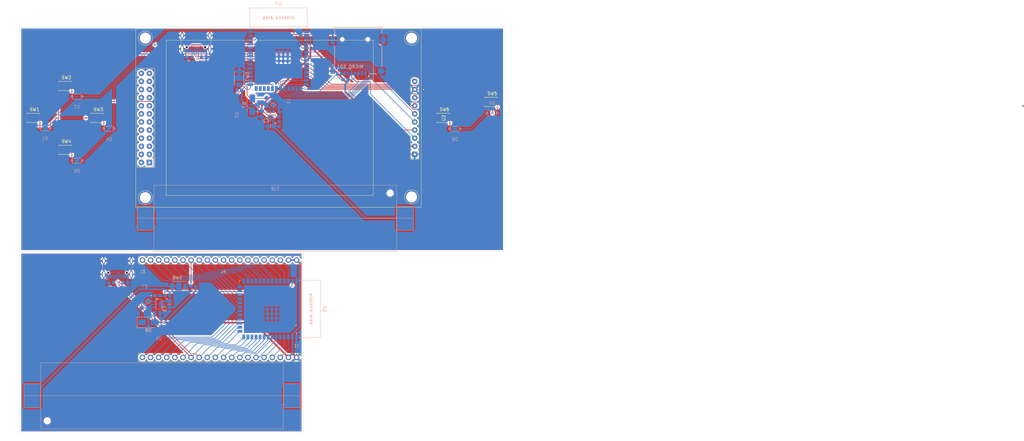
<source format=kicad_pcb>
(kicad_pcb (version 20240108) (generator "pcbnew") (generator_version "8.0")
  (layers (0 "F.Cu" signal) (31 "B.Cu" signal) (34 "B.Paste" user) (35 "F.Paste" user) (36 "B.SilkS" user "B.Silkscreen") (37 "F.SilkS" user "F.Silkscreen") (38 "B.Mask" user) (39 "F.Mask" user) (44 "Edge.Cuts" user))
  (net 0 "")
  (net 1 "+3.3V")
  (net 10 "Net-(D7-K)")
  (net 22 "ADC")
  (net 28 "Net-(D1-A)")
  (net 29 "Net-(D2-A)")
  (net 30 "Net-(D3-A)")
  (net 31 "Net-(D4-A)")
  (net 32 "Net-(D5-A)")
  (net 33 "Net-(D6-A)")
  (net 34 "LCD_FCS")
  (net 38 "IO0_E")
  (net 39 "Net-(J5-CC1)")
  (net 50 "SD_CD")
  (net 52 "SD_MISO")
  (net 53 "SD_CS")
  (net 56 "IO0")
  (net 57 "LCD_SDA")
  (net 58 "LCD_RSR")
  (net 59 "LCD_SCL")
  (net 60 "LCD_BLA")
  (net 61 "LCD_CS")
  (net 62 "LCD_RS")
  (net 63 "Net-(U3-SW)")
  (net 64 "Net-(BT1-+)")
  (net 68 "Net-(BT2-+)")
  (net 69 "+3.3V_E")
  (net 70 "1row1")
  (net 71 "2row1")
  (net 72 "1row2")
  (net 73 "Net-(D8-K)")
  (net 74 "Net-(U1-SW)")
  (net 75 "1col1")
  (net 76 "1col2")
  (net 77 "2col1")
  (net 78 "2col2")
  (net 80 "ADC_E")
  (net 81 "6")
  (net 82 "8")
  (net 83 "7")
  (net 84 "10")
  (net 85 "9")
  (net 86 "5")
  (net 87 "3")
  (net 88 "4")
  (net 89 "15")
  (net 90 "11")
  (net 91 "12")
  (net 92 "17")
  (net 93 "18")
  (net 94 "16")
  (net 95 "19")
  (net 96 "20")
  (net 97 "Net-(J5-CC2)")
  (net 98 "25")
  (net 99 "22")
  (net 100 "28")
  (net 101 "24")
  (net 102 "26")
  (net 103 "30")
  (net 104 "21")
  (net 105 "29")
  (net 106 "23")
  (net 107 "38")
  (net 108 "33")
  (net 109 "31")
  (net 110 "34")
  (net 111 "35")
  (net 112 "32")
  (net 113 "37")
  (net 114 "36")
  (net 115 "GND")
  (net 116 "USB_D+")
  (net 117 "USB_D-")
  (net 118 "USB_D-_E")
  (net 119 "Net-(J5-VBUS-PadA4)")
  (net 122 "USB_D+_E")
  (net 123 "Net-(J6-CC2)")
  (net 124 "Net-(J6-VBUS-PadA4)")
  (net 126 "Net-(J6-CC1)")
  (footprint "(1x10 conn):1x10 conn" (layer "F.Cu") (at 87.66 137.15 180)
    (property "Reference" "J2")
    (property "Value" "Conn_01x10_Socket")
  )
  (footprint "(1x10 conn):1x10 conn" (layer "F.Cu") (at 113.09 137.15 180)
    (property "Reference" "J1")
    (property "Value" "Conn_01x10_Socket")
  )
  (footprint "(Button)TS-1088 AR02016:SW_TS-1088-AR02016" (layer "F.Cu") (at 40.58 52.1)
    (property "Reference" "SW2")
    (property "Value" "SW_Push")
  )
  (footprint "(Button)TS-1088 AR02016:SW_TS-1088-AR02016" (layer "F.Cu") (at 30.58 62.1)
    (property "Reference" "SW1")
    (property "Value" "SW_Push")
  )
  (footprint "(1x10 conn):1x10 conn" (layer "F.Cu") (at 64.81 106.65)
    (property "Reference" "J3")
    (property "Value" "Conn_01x10_Socket")
  )
  (footprint "(Button)TS-1088 AR02016:SW_TS-1088-AR02016" (layer "F.Cu") (at 40.58 72.1)
    (property "Reference" "SW4")
    (property "Value" "SW_Push")
  )
  (footprint "(Button)TS-1088 AR02016:SW_TS-1088-AR02016" (layer "F.Cu") (at 158.9925 62.1)
    (property "Reference" "SW6")
    (property "Value" "SW_Push")
  )
  (footprint "(1x10 conn):1x10 conn" (layer "F.Cu") (at 90.23 106.65)
    (property "Reference" "J4")
    (property "Value" "Conn_01x10_Socket")
  )
  (footprint "(Screen)TFT-320x240:ILI9341 320x240 Symbol" (layer "F.Cu") (at 152.13 62.1 90)
    (property "Reference" "U2")
    (property "Value" "TFT_320x240")
  )
  (footprint "(Button)TS-1088 AR02016:SW_TS-1088-AR02016" (layer "F.Cu") (at 173.9925 57.1)
    (property "Reference" "SW5")
    (property "Value" "SW_Push")
  )
  (footprint "(Button)TS-1088 AR02016:SW_TS-1088-AR02016" (layer "F.Cu") (at 50.58 62.1)
    (property "Reference" "SW3")
    (property "Value" "SW_Push")
  )
  (footprint "Diode_SMD:D_SMA" (layer "B.Cu") (at 99.23 58 -90)
    (property "Reference" "D7")
    (property "Value" "SS14")
  )
  (footprint "(10kΩ)RC0603FR 10K Footprint Symbol:RESC1607X60N" (layer "B.Cu") (at 84.06 43.07)
    (property "Reference" "R8")
    (property "Value" "56k")
  )
  (footprint "Connector_USB:USB_C_Receptacle_HCTL_HC-TYPE-C-16P-01A" (layer "B.Cu") (at 57 108)
    (property "Reference" "J6")
    (property "Value" "USB_C_Receptacle_USB2.0_16P")
  )
  (footprint "(10kΩ)RC0603FR 10K Footprint Symbol:RESC1607X60N" (layer "B.Cu") (at 107.63 60.9 -90)
    (property "Reference" "R3")
    (property "Value" "20k")
  )
  (footprint "(Battery)BH-18650-B6AA002:BH-18650-B6AA002" (layer "B.Cu") (at 70.98 149.15 180)
    (property "Reference" "BT2" (hide yes))
    (property "Value" "3.7V")
  )
  (footprint "(10uF Cap)CL21A106KAYNNNE Footprint Symbol by Samsung:CAPC2012X135N" (layer "B.Cu") (at 69.515 123.21)
    (property "Reference" "C4")
    (property "Value" "10 uF")
  )
  (footprint "PCM_Espressif:ESP32-S3-WROOM-1" (layer "B.Cu") (at 104.83 121.975 90)
    (property "Reference" "U5")
    (property "Value" "ESP32-S3-WROOM-1")
  )
  (footprint "(Button)TS-1088 AR02016:SW_TS-1088-AR02016" (layer "B.Cu") (at 95.1 49.59 90)
    (property "Reference" "SW7")
    (property "Value" "SW_Push")
  )
  (footprint "(Diodes)ST(Semtech) 1N4148W:ST(Semtech) 1N4148W" (layer "B.Cu") (at 162.6925 65.55 180)
    (property "Reference" "D6")
    (property "Value" "D")
  )
  (footprint "(Inductor)CDRH2D14NP-2R2NC:CDRH2D14NP-2R2NC" (layer "B.Cu") (at 104.79066 56.960661 -90)
    (property "Reference" "L1")
    (property "Value" "2.2 uH")
  )
  (footprint "(DC-DC)LM3671MF-3.3_NOPB.kicad_sym:DC-DC_Converter" (layer "B.Cu") (at 69.945 120.51 180)
    (property "Reference" "U1")
    (property "Value" "DC-DC_Converter")
  )
  (footprint "(SDReader)TF-01A Footprint Symbol:TF-01A" (layer "B.Cu") (at 132.43 41.0306)
    (property "Reference" "MICRO_SD1")
    (property "Value" "TF-01A")
  )
  (footprint "(Battery)BH-18650-B6AA002:BH-18650-B6AA002" (layer "B.Cu") (at 106.43 93.51)
    (property "Reference" "BT1")
    (property "Value" "3.7V")
  )
  (footprint "Connector_USB:USB_C_Receptacle_HCTL_HC-TYPE-C-16P-01A" (layer "B.Cu") (at 81.57 37.365)
    (property "Reference" "J5")
    (property "Value" "USB_C_Receptacle_USB2.0_16P")
  )
  (footprint "(Diodes)ST(Semtech) 1N4148W:ST(Semtech) 1N4148W" (layer "B.Cu") (at 44.28 55.4 180)
    (property "Reference" "D2")
    (property "Value" "D")
  )
  (footprint "(10kΩ)RC0603FR 10K Footprint Symbol:RESC1607X60N" (layer "B.Cu") (at 59.48 113.72)
    (property "Reference" "R11")
    (property "Value" "56k")
  )
  (footprint "(10kΩ)RC0603FR 10K Footprint Symbol:RESC1607X60N" (layer "B.Cu") (at 107.63 64 -90)
    (property "Reference" "R2")
    (property "Value" "10k")
  )
  (footprint "(Diodes)ST(Semtech) 1N4148W:ST(Semtech) 1N4148W" (layer "B.Cu") (at 54.28 65.5 180)
    (property "Reference" "D4")
    (property "Value" "D")
  )
  (footprint "(10kΩ)RC0603FR 10K Footprint Symbol:RESC1607X60N" (layer "B.Cu") (at 95.165 53.39)
    (property "Reference" "R7")
    (property "Value" "10k")
  )
  (footprint "(10kΩ)RC0603FR 10K Footprint Symbol:RESC1607X60N" (layer "B.Cu") (at 72.655 117.77)
    (property "Reference" "R4")
    (property "Value" "10k")
  )
  (footprint "(10kΩ)RC0603FR 10K Footprint Symbol:RESC1607X60N" (layer "B.Cu") (at 69.555 117.77)
    (property "Reference" "R5")
    (property "Value" "20k")
  )
  (footprint "(Diodes)ST(Semtech) 1N4148W:ST(Semtech) 1N4148W" (layer "B.Cu") (at 44.28 75.5 180)
    (property "Reference" "D5")
    (property "Value" "D")
  )
  (footprint "PCM_Espressif:ESP32-S3-WROOM-1" (layer "B.Cu") (at 107.43 43.4 180)
    (property "Reference" "U7")
    (property "Value" "ESP32-S3-WROOM-1")
  )
  (footprint "(Inductor)CDRH2D14NP-2R2NC:CDRH2D14NP-2R2NC" (layer "B.Cu") (at 65.615 120.61)
    (property "Reference" "L2")
    (property "Value" "2.2 uH")
  )
  (footprint "Diode_SMD:D_SMA" (layer "B.Cu") (at 66.655 126.17)
    (property "Reference" "D8")
    (property "Value" "SS14")
  )
  (footprint "(10kΩ)RC0603FR 10K Footprint Symbol:RESC1607X60N" (layer "B.Cu") (at 55.015 113.72)
    (property "Reference" "R10")
    (property "Value" "56k")
  )
  (footprint "(4.7uF Cap)CL21A475KAQNNNE Footprint Symbol:CAPC2012X140N" (layer "B.Cu") (at 73.345 120.46 -90)
    (property "Reference" "C3")
    (property "Value" "4.7 uF")
  )
  (footprint "(4.7uF Cap)CL21A475KAQNNNE Footprint Symbol:CAPC2012X140N" (layer "B.Cu") (at 104.941839 64.691982 180)
    (property "Reference" "C2")
    (property "Value" "4.7 uF")
  )
  (footprint "(DC-DC)LM3671MF-3.3_NOPB.kicad_sym:DC-DC_Converter" (layer "B.Cu") (at 104.891839 61.291982 90)
    (property "Reference" "U3")
    (property "Value" "DC-DC_Converter")
  )
  (footprint "(10kΩ)RC0603FR 10K Footprint Symbol:RESC1607X60N" (layer "B.Cu") (at 80.74 114.81)
    (property "Reference" "R9")
    (property "Value" "10k")
  )
  (footprint "(10kΩ)RC0603FR 10K Footprint Symbol:RESC1607X60N" (layer "B.Cu") (at 128.43 50.1)
    (property "Reference" "R1")
    (property "Value" "10k")
  )
  (footprint "(Button)TS-1088 AR02016:SW_TS-1088-AR02016" (layer "B.Cu") (at 76.165 114.8 180)
    (property "Reference" "SW8")
    (property "Value" "SW_Push")
  )
  (footprint "(Diodes)ST(Semtech) 1N4148W:ST(Semtech) 1N4148W" (layer "B.Cu") (at 34.31 65.3 180)
    (property "Reference" "D1")
    (property "Value" "D")
  )
  (footprint "(10kΩ)RC0603FR 10K Footprint Symbol:RESC1607X60N" (layer "B.Cu") (at 79.58 43.07)
    (property "Reference" "R6")
    (property "Value" "56k")
  )
  (footprint "(10uF Cap)CL21A106KAYNNNE Footprint Symbol by Samsung:CAPC2012X135N" (layer "B.Cu") (at 102.191839 60.854982 -90)
    (property "Reference" "C1")
    (property "Value" "10 uF")
  )
  (footprint "(Diodes)ST(Semtech) 1N4148W:ST(Semtech) 1N4148W" (layer "B.Cu") (at 174.3425 60.6)
    (property "Reference" "D3")
    (property "Value" "D")
  )
  (gr_line (start 166.13 36.2) (end 166.13 36.2) (stroke (width 0.1)) (layer "F.SilkS"))
  (gr_rect (start 26.38 104.15) (end 115.13 160.775) (stroke (width 0.05)) (fill none) (layer "Edge.Cuts"))
  (gr_rect (start 26.38 33.6) (end 178.28 104) (stroke (width 0.05)) (fill none) (layer "Edge.Cuts"))
  (via (at 340.725 58.35) (size 0.6) (drill 0.3) (layers "F.Cu" "B.Cu") (net 0))
  (segment (start 102.23 58.7) (end 102.23 58.2) (width 0.5) (layer "F.Cu") (net 1))
  (segment (start 128.33 53.798526) (end 145.521474 70.99) (width 0.5) (layer "F.Cu") (net 1))
  (segment (start 117.43 43) (end 117.43 39.7) (width 0.5) (layer "F.Cu") (net 1))
  (segment (start 102.23 58.2) (end 117.43 43) (width 0.5) (layer "F.Cu") (net 1))
  (segment (start 129.165 50.8) (end 128.53 50.8) (width 0.5) (layer "F.Cu") (net 1))
  (segment (start 145.521474 70.99) (end 150.13 70.99) (width 0.5) (layer "F.Cu") (net 1))
  (segment (start 128.53 50.8) (end 117.43 39.7) (width 0.5) (layer "F.Cu") (net 1))
  (segment (start 128.33 53.75) (end 128.33 53.798526) (width 0.2) (layer "F.Cu") (net 1))
  (via (at 128.33 53.75) (size 0.6) (drill 0.3) (layers "F.Cu" "B.Cu") (net 1))
  (via (at 117.43 39.7) (size 0.6) (drill 0.3) (layers "F.Cu" "B.Cu") (net 1))
  (via (at 102.23 58.7) (size 0.6) (drill 0.3) (layers "F.Cu" "B.Cu") (net 1))
  (via (at 129.165 50.8) (size 0.6) (drill 0.3) (layers "F.Cu" "B.Cu") (net 1))
  (segment (start 130.73 50.1) (end 131.3598 49.4702) (width 0.2) (layer "B.Cu") (net 1))
  (segment (start 117.43 36.83) (end 117.1 36.5) (width 0.5) (layer "B.Cu") (net 1))
  (segment (start 102.191839 59.991982) (end 102.191839 58.738161) (width 0.5) (layer "B.Cu") (net 1))
  (segment (start 117.1 36.5) (end 116.27 36.5) (width 0.5) (layer "B.Cu") (net 1))
  (segment (start 99.238018 59.991982) (end 99.23 60) (width 0.2) (layer "B.Cu") (net 1))
  (segment (start 117.43 39.7) (end 117.43 36.83) (width 0.5) (layer "B.Cu") (net 1))
  (segment (start 116.27 36.5) (end 116.18 36.41) (width 0.2) (layer "B.Cu") (net 1))
  (segment (start 129.165 50.1) (end 130.73 50.1) (width 0.2) (layer "B.Cu") (net 1))
  (segment (start 102.191839 58.738161) (end 102.23 58.7) (width 0.2) (layer "B.Cu") (net 1))
  (segment (start 131.3598 49.4702) (end 131.3598 48.2044) (width 0.2) (layer "B.Cu") (net 1))
  (segment (start 95.9 56.67) (end 99.23 60) (width 0.5) (layer "B.Cu") (net 1))
  (segment (start 102.191839 59.991982) (end 99.238018 59.991982) (width 0.5) (layer "B.Cu") (net 1))
  (segment (start 129.165 50.8) (end 128.33 51.635) (width 0.5) (layer "B.Cu") (net 1))
  (segment (start 95.9 53.39) (end 95.9 56.67) (width 0.5) (layer "B.Cu") (net 1))
  (segment (start 129.165 50.8) (end 129.165 50.1) (width 0.5) (layer "B.Cu") (net 1))
  (segment (start 128.33 51.635) (end 128.33 53.75) (width 0.5) (layer "B.Cu") (net 1))
  (segment (start 99.23 56) (end 103.63 56) (width 0.2) (layer "B.Cu") (net 10))
  (segment (start 103.63 56) (end 103.73 55.9) (width 0.2) (layer "B.Cu") (net 10))
  (segment (start 103.881471 61.2) (end 106.13 61.2) (width 0.2) (layer "F.Cu") (net 22))
  (segment (start 97.6 52.59) (end 97.6 54.918529) (width 0.2) (layer "F.Cu") (net 22))
  (segment (start 97.6 54.918529) (end 103.881471 61.2) (width 0.2) (layer "F.Cu") (net 22))
  (segment (start 106.13 61.2) (end 106.23 61.3) (width 0.2) (layer "F.Cu") (net 22))
  (via (at 97.6 52.59) (size 0.6) (drill 0.3) (layers "F.Cu" "B.Cu") (net 22))
  (via (at 106.23 61.3) (size 0.6) (drill 0.3) (layers "F.Cu" "B.Cu") (net 22))
  (segment (start 97.63 52.56) (end 97.63 36.93) (width 0.2) (layer "B.Cu") (net 22))
  (segment (start 106.565 61.635) (end 106.23 61.3) (width 0.2) (layer "B.Cu") (net 22))
  (segment (start 97.6 52.59) (end 97.63 52.56) (width 0.2) (layer "B.Cu") (net 22))
  (segment (start 97.63 36.93) (end 98.15 36.41) (width 0.2) (layer "B.Cu") (net 22))
  (segment (start 98.15 36.41) (end 98.68 36.41) (width 0.2) (layer "B.Cu") (net 22))
  (segment (start 107.63 63.265) (end 107.63 61.635) (width 0.2) (layer "B.Cu") (net 22))
  (segment (start 107.63 61.635) (end 106.565 61.635) (width 0.2) (layer "B.Cu") (net 22))
  (segment (start 32.655 62.1) (end 32.655 63.7) (width 0.2) (layer "F.Cu") (net 28))
  (via (at 32.655 63.7) (size 0.6) (drill 0.3) (layers "F.Cu" "B.Cu") (net 28))
  (segment (start 32.655 63.7) (end 32.655 65.295) (width 0.2) (layer "B.Cu") (net 28))
  (segment (start 42.655 52.1) (end 42.655 53.7) (width 0.2) (layer "F.Cu") (net 29))
  (via (at 42.655 53.7) (size 0.6) (drill 0.3) (layers "F.Cu" "B.Cu") (net 29))
  (segment (start 42.655 53.7) (end 42.655 55.375) (width 0.2) (layer "B.Cu") (net 29))
  (segment (start 176.0675 57.1) (end 176.0675 58.65) (width 0.2) (layer "F.Cu") (net 30))
  (segment (start 176.0675 58.65) (end 176.0175 58.7) (width 0.2) (layer "F.Cu") (net 30))
  (via (at 176.0175 58.7) (size 0.6) (drill 0.3) (layers "F.Cu" "B.Cu") (net 30))
  (segment (start 176.0175 58.7) (end 176.0175 60.575) (width 0.2) (layer "B.Cu") (net 30))
  (segment (start 176.0175 60.575) (end 175.9925 60.6) (width 0.2) (layer "B.Cu") (net 30))
  (segment (start 52.655 62.1) (end 52.655 63.7) (width 0.2) (layer "F.Cu") (net 31))
  (via (at 52.655 63.7) (size 0.6) (drill 0.3) (layers "F.Cu" "B.Cu") (net 31))
  (segment (start 52.63 65.5) (end 52.655 65.475) (width 0.2) (layer "B.Cu") (net 31))
  (segment (start 52.655 63.7) (end 52.655 65.475) (width 0.2) (layer "B.Cu") (net 31))
  (segment (start 42.655 73.675) (end 42.63 73.7) (width 0.2) (layer "F.Cu") (net 32))
  (segment (start 42.655 72.1) (end 42.655 73.675) (width 0.2) (layer "F.Cu") (net 32))
  (via (at 42.63 73.7) (size 0.6) (drill 0.3) (layers "F.Cu" "B.Cu") (net 32))
  (segment (start 42.63 73.7) (end 42.63 75.5) (width 0.2) (layer "B.Cu") (net 32))
  (segment (start 161.0675 63.65) (end 161.1175 63.7) (width 0.2) (layer "F.Cu") (net 33))
  (segment (start 161.0675 62.1) (end 161.0675 63.65) (width 0.2) (layer "F.Cu") (net 33))
  (via (at 161.1175 63.7) (size 0.6) (drill 0.3) (layers "F.Cu" "B.Cu") (net 33))
  (segment (start 161.1175 63.7) (end 161.1175 65.475) (width 0.2) (layer "B.Cu") (net 33))
  (segment (start 161.1175 65.475) (end 161.0425 65.55) (width 0.2) (layer "B.Cu") (net 33))
  (segment (start 135.36 35.9) (end 101.73 35.9) (width 0.2) (layer "F.Cu") (net 34))
  (segment (start 101.73 35.9) (end 99.93 37.7) (width 0.2) (layer "F.Cu") (net 34))
  (segment (start 150.13 50.67) (end 135.36 35.9) (width 0.2) (layer "F.Cu") (net 34))
  (via (at 99.93 37.7) (size 0.6) (drill 0.3) (layers "F.Cu" "B.Cu") (net 34))
  (segment (start 99.93 37.7) (end 98.7 37.7) (width 0.2) (layer "B.Cu") (net 34))
  (segment (start 98.7 37.7) (end 98.68 37.68) (width 0.2) (layer "B.Cu") (net 34))
  (segment (start 80.05 106.65) (end 80.05 113.565) (width 0.2) (layer "F.Cu") (net 38))
  (segment (start 80.05 113.565) (end 80 113.615) (width 0.2) (layer "F.Cu") (net 38))
  (via (at 80 113.615) (size 0.6) (drill 0.3) (layers "F.Cu" "B.Cu") (net 38))
  (segment (start 79.995 114.8) (end 80.005 114.81) (width 0.2) (layer "B.Cu") (net 38))
  (segment (start 80.005 113.62) (end 80 113.615) (width 0.2) (layer "B.Cu") (net 38))
  (segment (start 93.97 110.615) (end 84.015 110.615) (width 0.2) (layer "B.Cu") (net 38))
  (segment (start 80.005 114.81) (end 80.005 113.62) (width 0.2) (layer "B.Cu") (net 38))
  (segment (start 78.24 114.8) (end 79.995 114.8) (width 0.2) (layer "B.Cu") (net 38))
  (segment (start 96.58 113.225) (end 93.97 110.615) (width 0.2) (layer "B.Cu") (net 38))
  (segment (start 84.015 110.615) (end 80.05 106.65) (width 0.2) (layer "B.Cu") (net 38))
  (segment (start 80.315 41.115) (end 80.32 41.11) (width 0.2) (layer "B.Cu") (net 39))
  (segment (start 80.315 43.07) (end 80.315 41.115) (width 0.2) (layer "B.Cu") (net 39))
  (segment (start 125.8598 48.9848) (end 125.8598 48.2044) (width 0.2) (layer "B.Cu") (net 50))
  (segment (start 112.395 53.95) (end 120.1142 53.95) (width 0.2) (layer "B.Cu") (net 50))
  (segment (start 111.875 52.9) (end 111.875 53.43) (width 0.2) (layer "B.Cu") (net 50))
  (segment (start 127.695 50.1) (end 126.975 50.1) (width 0.2) (layer "B.Cu") (net 50))
  (segment (start 111.875 53.43) (end 112.395 53.95) (width 0.2) (layer "B.Cu") (net 50))
  (segment (start 126.975 50.1) (end 125.8598 48.9848) (width 0.2) (layer "B.Cu") (net 50))
  (segment (start 120.1142 53.95) (end 125.8598 48.2044) (width 0.2) (layer "B.Cu") (net 50))
  (segment (start 128.0598 47.7044) (end 129.9742 45.79) (width 0.2) (layer "B.Cu") (net 52))
  (segment (start 106.795 53.28) (end 106.795 52.9) (width 0.2) (layer "B.Cu") (net 52))
  (segment (start 136.9 47.147543) (end 136.9 49.261258) (width 0.2) (layer "B.Cu") (net 52))
  (segment (start 136.9 49.261258) (end 130.611258 55.55) (width 0.2) (layer "B.Cu") (net 52))
  (segment (start 129.9742 45.79) (end 135.542457 45.79) (width 0.2) (layer "B.Cu") (net 52))
  (segment (start 128.0598 48.2044) (end 128.0598 47.7044) (width 0.2) (layer "B.Cu") (net 52))
  (segment (start 109.065 55.55) (end 106.795 53.28) (width 0.2) (layer "B.Cu") (net 52))
  (segment (start 130.611258 55.55) (end 109.065 55.55) (width 0.2) (layer "B.Cu") (net 52))
  (segment (start 135.542457 45.79) (end 136.9 47.147543) (width 0.2) (layer "B.Cu") (net 52))
  (segment (start 135.7 48.7642) (end 130.1142 54.35) (width 0.2) (layer "B.Cu") (net 53))
  (segment (start 133.5598 48.2044) (end 133.5598 47.7044) (width 0.2) (layer "B.Cu") (net 53))
  (segment (start 135.045399 46.99) (end 135.7 47.644601) (width 0.2) (layer "B.Cu") (net 53))
  (segment (start 110.605 53.43) (end 110.605 52.9) (width 0.2) (layer "B.Cu") (net 53))
  (segment (start 135.7 47.644601) (end 135.7 48.7642) (width 0.2) (layer "B.Cu") (net 53))
  (segment (start 133.5598 47.7044) (end 134.274201 46.99) (width 0.2) (layer "B.Cu") (net 53))
  (segment (start 130.1142 54.35) (end 111.525 54.35) (width 0.2) (layer "B.Cu") (net 53))
  (segment (start 111.525 54.35) (end 110.605 53.43) (width 0.2) (layer "B.Cu") (net 53))
  (segment (start 134.274201 46.99) (end 135.045399 46.99) (width 0.2) (layer "B.Cu") (net 53))
  (segment (start 94.43 53.39) (end 94.43 52.335) (width 0.2) (layer "B.Cu") (net 56))
  (segment (start 94.43 52.335) (end 95.1 51.665) (width 0.2) (layer "B.Cu") (net 56))
  (segment (start 98.1 53.19) (end 98.68 52.61) (width 0.2) (layer "B.Cu") (net 56))
  (segment (start 97.351471 53.19) (end 98.1 53.19) (width 0.2) (layer "B.Cu") (net 56))
  (segment (start 95.1 51.665) (end 95.826471 51.665) (width 0.2) (layer "B.Cu") (net 56))
  (segment (start 98.68 52.61) (end 98.68 51.65) (width 0.2) (layer "B.Cu") (net 56))
  (segment (start 95.826471 51.665) (end 97.351471 53.19) (width 0.2) (layer "B.Cu") (net 56))
  (segment (start 141.79 65.91) (end 150.13 65.91) (width 0.2) (layer "F.Cu") (net 57))
  (segment (start 129.63 53.75) (end 141.79 65.91) (width 0.2) (layer "F.Cu") (net 57))
  (via (at 129.63 53.75) (size 0.6) (drill 0.3) (layers "F.Cu" "B.Cu") (net 57))
  (segment (start 133.2242 46.59) (end 135.211085 46.59) (width 0.2) (layer "B.Cu") (net 57))
  (segment (start 136.1 48.929886) (end 130.279886 54.75) (width 0.2) (layer "B.Cu") (net 57))
  (segment (start 132.4598 48.2044) (end 132.4598 47.3544) (width 0.2) (layer "B.Cu") (net 57))
  (segment (start 110.565 54.75) (end 109.335 53.52) (width 0.2) (layer "B.Cu") (net 57))
  (segment (start 130.279886 54.75) (end 110.565 54.75) (width 0.2) (layer "B.Cu") (net 57))
  (segment (start 132.4598 47.3544) (end 133.2242 46.59) (width 0.2) (layer "B.Cu") (net 57))
  (segment (start 109.335 53.52) (end 109.335 52.9) (width 0.2) (layer "B.Cu") (net 57))
  (segment (start 135.211085 46.59) (end 136.1 47.478915) (width 0.2) (layer "B.Cu") (net 57))
  (segment (start 129.63 53.75) (end 132.4598 50.9202) (width 0.2) (layer "B.Cu") (net 57))
  (segment (start 136.1 47.478915) (end 136.1 48.929886) (width 0.2) (layer "B.Cu") (net 57))
  (segment (start 132.4598 50.9202) (end 132.4598 48.2044) (width 0.2) (layer "B.Cu") (net 57))
  (segment (start 135.708143 45.39) (end 125.7 45.39) (width 0.2) (layer "B.Cu") (net 58))
  (segment (start 150.13 63.37) (end 137.3 50.54) (width 0.2) (layer "B.Cu") (net 58))
  (segment (start 125.7 45.39) (end 123.07 42.76) (width 0.2) (layer "B.Cu") (net 58))
  (segment (start 137.3 50.54) (end 137.3 46.981857) (width 0.2) (layer "B.Cu") (net 58))
  (segment (start 123.07 42.76) (end 116.18 42.76) (width 0.2) (layer "B.Cu") (net 58))
  (segment (start 137.3 46.981857) (end 135.708143 45.39) (width 0.2) (layer "B.Cu") (net 58))
  (segment (start 130.505735 49.475735) (end 131.83 50.8) (width 0.2) (layer "F.Cu") (net 59))
  (segment (start 131.83 50.8) (end 136.209785 50.8) (width 0.2) (layer "F.Cu") (net 59))
  (via (at 136.209785 50.8) (size 0.6) (drill 0.3) (layers "F.Cu" "B.Cu") (net 59))
  (via (at 130.505735 49.475735) (size 0.6) (drill 0.3) (layers "F.Cu" "B.Cu") (net 59))
  (segment (start 136.209785 54.529785) (end 150.13 68.45) (width 0.2) (layer "B.Cu") (net 59))
  (segment (start 130.2598 48.2044) (end 130.2598 49.2298) (width 0.2) (layer "B.Cu") (net 59))
  (segment (start 136.5 47.313229) (end 136.5 49.095572) (width 0.2) (layer "B.Cu") (net 59))
  (segment (start 130.445572 55.15) (end 109.68 55.15) (width 0.2) (layer "B.Cu") (net 59))
  (segment (start 109.68 55.15) (end 108.065 53.535) (width 0.2) (layer "B.Cu") (net 59))
  (segment (start 136.5 49.095572) (end 130.445572 55.15) (width 0.2) (layer "B.Cu") (net 59))
  (segment (start 130.2598 49.2298) (end 130.505735 49.475735) (width 0.2) (layer "B.Cu") (net 59))
  (segment (start 136.209785 50.8) (end 136.209785 54.529785) (width 0.2) (layer "B.Cu") (net 59))
  (segment (start 131.4242 46.19) (end 135.376771 46.19) (width 0.2) (layer "B.Cu") (net 59))
  (segment (start 130.2598 47.3544) (end 131.4242 46.19) (width 0.2) (layer "B.Cu") (net 59))
  (segment (start 108.065 53.535) (end 108.065 52.9) (width 0.2) (layer "B.Cu") (net 59))
  (segment (start 135.376771 46.19) (end 136.5 47.313229) (width 0.2) (layer "B.Cu") (net 59))
  (segment (start 130.2598 48.2044) (end 130.2598 47.3544) (width 0.2) (layer "B.Cu") (net 59))
  (segment (start 149.647441 59.455) (end 152.0975 59.455) (width 0.2) (layer "F.Cu") (net 60))
  (segment (start 143.342441 53.15) (end 149.647441 59.455) (width 0.2) (layer "F.Cu") (net 60))
  (segment (start 152.0975 59.455) (end 156.1325 63.49) (width 0.2) (layer "F.Cu") (net 60))
  (segment (start 115.53 52.9) (end 115.78 53.15) (width 0.2) (layer "F.Cu") (net 60))
  (segment (start 156.1325 63.49) (end 158.2 63.49) (width 0.2) (layer "F.Cu") (net 60))
  (segment (start 158.2 61.2075) (end 152.7425 55.75) (width 0.2) (layer "F.Cu") (net 60))
  (segment (start 158.2 63.49) (end 158.2 61.2075) (width 0.2) (layer "F.Cu") (net 60))
  (segment (start 115.78 53.15) (end 143.342441 53.15) (width 0.2) (layer "F.Cu") (net 60))
  (segment (start 152.7425 55.75) (end 150.13 55.75) (width 0.2) (layer "F.Cu") (net 60))
  (via (at 115.53 52.9) (size 0.6) (drill 0.3) (layers "F.Cu" "B.Cu") (net 60))
  (segment (start 114.415 52.9) (end 115.53 52.9) (width 0.2) (layer "B.Cu") (net 60))
  (segment (start 149.048127 58.29) (end 150.13 58.29) (width 0.2) (layer "F.Cu") (net 61))
  (segment (start 143.508127 52.75) (end 149.048127 58.29) (width 0.2) (layer "F.Cu") (net 61))
  (segment (start 121.28 52.75) (end 143.508127 52.75) (width 0.2) (layer "F.Cu") (net 61))
  (segment (start 117.63 49.1) (end 121.28 52.75) (width 0.2) (layer "F.Cu") (net 61))
  (via (at 117.63 49.1) (size 0.6) (drill 0.3) (layers "F.Cu" "B.Cu") (net 61))
  (segment (start 117.62 49.11) (end 117.63 49.1) (width 0.2) (layer "B.Cu") (net 61))
  (segment (start 116.18 49.11) (end 117.62 49.11) (width 0.2) (layer "B.Cu") (net 61))
  (segment (start 137.7 46.816171) (end 137.465685 46.581857) (width 0.2) (layer "B.Cu") (net 62))
  (segment (start 125.865686 44.99) (end 122.365686 41.49) (width 0.2) (layer "B.Cu") (net 62))
  (segment (start 135.873829 44.99) (end 125.865686 44.99) (width 0.2) (layer "B.Cu") (net 62))
  (segment (start 137.7 48.4) (end 137.7 46.816171) (width 0.2) (layer "B.Cu") (net 62))
  (segment (start 122.365686 41.49) (end 116.18 41.49) (width 0.2) (layer "B.Cu") (net 62))
  (segment (start 137.465685 46.581857) (end 135.873829 44.99) (width 0.2) (layer "B.Cu") (net 62))
  (segment (start 150.13 60.83) (end 137.7 48.4) (width 0.2) (layer "B.Cu") (net 62))
  (segment (start 105.85132 59.982501) (end 105.841839 59.991982) (width 0.2) (layer "B.Cu") (net 63))
  (segment (start 105.85132 58.021322) (end 105.85132 59.982501) (width 0.2) (layer "B.Cu") (net 63))
  (segment (start 103.941839 62.08349) (end 104.433347 61.591982) (width 0.5) (layer "B.Cu") (net 64))
  (segment (start 105.350331 61.591982) (end 105.841839 62.08349) (width 0.5) (layer "B.Cu") (net 64))
  (segment (start 104.433347 61.591982) (end 105.350331 61.591982) (width 0.5) (layer "B.Cu") (net 64))
  (segment (start 105.841839 62.591982) (end 105.841839 64.691982) (width 0.5) (layer "B.Cu") (net 64))
  (segment (start 105.841839 64.691982) (end 134.649857 93.5) (width 0.5) (layer "B.Cu") (net 64))
  (segment (start 134.649857 93.5) (end 148.08 93.5) (width 0.5) (layer "B.Cu") (net 64))
  (segment (start 105.841839 64.691982) (end 107.586982 64.691982) (width 0.5) (layer "B.Cu") (net 64))
  (segment (start 103.941839 62.591982) (end 103.941839 62.08349) (width 0.5) (layer "B.Cu") (net 64))
  (segment (start 105.841839 62.08349) (end 105.841839 62.591982) (width 0.5) (layer "B.Cu") (net 64))
  (segment (start 107.586982 64.691982) (end 107.63 64.735) (width 0.5) (layer "B.Cu") (net 64))
  (segment (start 73.39 119.515) (end 73.345 119.56) (width 0.5) (layer "B.Cu") (net 68))
  (segment (start 73.39 116.91) (end 73.39 117.77) (width 0.5) (layer "B.Cu") (net 68))
  (segment (start 70.245 120.051508) (end 70.245 120.968492) (width 0.5) (layer "B.Cu") (net 68))
  (segment (start 73.39 117.77) (end 73.39 119.515) (width 0.5) (layer "B.Cu") (net 68))
  (segment (start 72.28 115.8) (end 73.39 116.91) (width 0.5) (layer "B.Cu") (net 68))
  (segment (start 71.245 119.56) (end 70.736508 119.56) (width 0.5) (layer "B.Cu") (net 68))
  (segment (start 70.736508 119.56) (end 70.245 120.051508) (width 0.5) (layer "B.Cu") (net 68))
  (segment (start 70.736508 121.46) (end 71.245 121.46) (width 0.5) (layer "B.Cu") (net 68))
  (segment (start 63.68 115.8) (end 72.28 115.8) (width 0.5) (layer "B.Cu") (net 68))
  (segment (start 70.245 120.968492) (end 70.736508 121.46) (width 0.5) (layer "B.Cu") (net 68))
  (segment (start 30.33 149.15) (end 63.68 115.8) (width 0.5) (layer "B.Cu") (net 68))
  (segment (start 71.245 119.56) (end 73.345 119.56) (width 0.5) (layer "B.Cu") (net 68))
  (segment (start 71.5 126.25) (end 99.65 126.25) (width 0.5) (layer "F.Cu") (net 69))
  (segment (start 99.65 126.25) (end 110.55 137.15) (width 0.5) (layer "F.Cu") (net 69))
  (via (at 71.5 126.25) (size 0.6) (drill 0.3) (layers "F.Cu" "B.Cu") (net 69))
  (segment (start 71.42 126.17) (end 68.655 126.17) (width 0.5) (layer "B.Cu") (net 69))
  (segment (start 113.09 106.65) (end 113.99 107.55) (width 0.5) (layer "B.Cu") (net 69))
  (segment (start 81.5 115.43) (end 81.475 115.405) (width 0.5) (layer "B.Cu") (net 69))
  (segment (start 81.475 115.405) (end 81.475 114.81) (width 0.5) (layer "B.Cu") (net 69))
  (segment (start 71.55 126.25) (end 81.5 116.3) (width 0.5) (layer "B.Cu") (net 69))
  (segment (start 110.55 106.65) (end 113.09 106.65) (width 0.5) (layer "B.Cu") (net 69))
  (segment (start 111.82 130.725) (end 111.82 135.88) (width 0.5) (layer "B.Cu") (net 69))
  (segment (start 111.82 129.775) (end 111.82 130.725) (width 0.5) (layer "B.Cu") (net 69))
  (segment (start 71.5 126.25) (end 71.55 126.25) (width 0.5) (layer "B.Cu") (net 69))
  (segment (start 68.652 126.167) (end 68.655 126.17) (width 0.5) (layer "B.Cu") (net 69))
  (segment (start 113.99 127.605) (end 111.82 129.775) (width 0.5) (layer "B.Cu") (net 69))
  (segment (start 71.5 126.25) (end 71.42 126.17) (width 0.5) (layer "B.Cu") (net 69))
  (segment (start 81.5 116.3) (end 81.5 115.43) (width 0.5) (layer "B.Cu") (net 69))
  (segment (start 68.652 123.21) (end 68.652 126.167) (width 0.5) (layer "B.Cu") (net 69))
  (segment (start 111.82 135.88) (end 110.55 137.15) (width 0.5) (layer "B.Cu") (net 69))
  (segment (start 113.99 107.55) (end 113.99 127.605) (width 0.5) (layer "B.Cu") (net 69))
  (segment (start 72.639998 34.39) (end 111.05 34.39) (width 0.2) (layer "B.Cu") (net 70))
  (segment (start 35.96 65.3) (end 35.96 63.196471) (width 0.2) (layer "B.Cu") (net 70))
  (segment (start 45.93 55.4) (end 51.629998 55.4) (width 0.2) (layer "B.Cu") (net 70))
  (segment (start 35.96 63.196471) (end 43.756471 55.4) (width 0.2) (layer "B.Cu") (net 70))
  (segment (start 115.61 38.95) (end 116.18 38.95) (width 0.2) (layer "B.Cu") (net 70))
  (segment (start 46.93 55.375) (end 46.905 55.4) (width 0.2) (layer "B.Cu") (net 70))
  (segment (start 51.629998 55.4) (end 72.639998 34.39) (width 0.2) (layer "B.Cu") (net 70))
  (segment (start 111.05 34.39) (end 115.61 38.95) (width 0.2) (layer "B.Cu") (net 70))
  (segment (start 43.756471 55.4) (end 45.93 55.4) (width 0.2) (layer "B.Cu") (net 70))
  (segment (start 174.5 55.25) (end 171.15 51.9) (width 0.2) (layer "F.Cu") (net 71))
  (segment (start 171.15 51.9) (end 144.355185 51.9) (width 0.2) (layer "F.Cu") (net 71))
  (segment (start 144.355185 51.9) (end 144.005185 51.55) (width 0.2) (layer "F.Cu") (net 71))
  (segment (start 123.88 51.55) (end 117.63 45.3) (width 0.2) (layer "F.Cu") (net 71))
  (segment (start 174.5 60.55) (end 174.5 55.25) (width 0.2) (layer "F.Cu") (net 71))
  (segment (start 144.005185 51.55) (end 123.88 51.55) (width 0.2) (layer "F.Cu") (net 71))
  (via (at 174.5 60.55) (size 0.6) (drill 0.3) (layers "F.Cu" "B.Cu") (net 71))
  (via (at 117.63 45.3) (size 0.6) (drill 0.3) (layers "F.Cu" "B.Cu") (net 71))
  (segment (start 164.3425 65.55) (end 167.7425 65.55) (width 0.2) (layer "B.Cu") (net 71))
  (segment (start 116.18 45.3) (end 117.63 45.3) (width 0.2) (layer "B.Cu") (net 71))
  (segment (start 174.5 60.55) (end 174.45 60.6) (width 0.2) (layer "B.Cu") (net 71))
  (segment (start 174.45 60.6) (end 172.6925 60.6) (width 0.2) (layer "B.Cu") (net 71))
  (segment (start 167.7425 65.55) (end 172.6925 60.6) (width 0.2) (layer "B.Cu") (net 71))
  (segment (start 68.758528 39.12) (end 113.85 39.12) (width 0.2) (layer "F.Cu") (net 72))
  (segment (start 68.684264 39.194264) (end 68.758528 39.12) (width 0.2) (layer "F.Cu") (net 72))
  (segment (start 113.85 39.12) (end 114.93 40.2) (width 0.2) (layer "F.Cu") (net 72))
  (via (at 114.93 40.2) (size 0.6) (drill 0.3) (layers "F.Cu" "B.Cu") (net 72))
  (via (at 68.684264 39.194264) (size 0.6) (drill 0.3) (layers "F.Cu" "B.Cu") (net 72))
  (segment (start 45.93 75.5) (end 55.93 65.5) (width 0.2) (layer "B.Cu") (net 72))
  (segment (start 68.684264 39.194264) (end 68.684263 39.194264) (width 0.2) (layer "B.Cu") (net 72))
  (segment (start 116.16 40.2) (end 116.18 40.22) (width 0.2) (layer "B.Cu") (net 72))
  (segment (start 55.93 51.948527) (end 55.93 65.5) (width 0.2) (layer "B.Cu") (net 72))
  (segment (start 68.684263 39.194264) (end 55.93 51.948527) (width 0.2) (layer "B.Cu") (net 72))
  (segment (start 114.93 40.2) (end 116.16 40.2) (width 0.2) (layer "B.Cu") (net 72))
  (segment (start 64.554339 126.069339) (end 64.655 126.17) (width 0.2) (layer "B.Cu") (net 73))
  (segment (start 64.554339 121.67066) (end 64.554339 126.069339) (width 0.2) (layer "B.Cu") (net 73))
  (segment (start 66.675661 119.54934) (end 68.63434 119.54934) (width 0.2) (layer "B.Cu") (net 74))
  (segment (start 68.63434 119.54934) (end 68.645 119.56) (width 0.2) (layer "B.Cu") (net 74))
  (segment (start 47.055 62.1) (end 48.505 62.1) (width 0.2) (layer "F.Cu") (net 75))
  (segment (start 35.505 64.5) (end 37.905 62.1) (width 0.2) (layer "F.Cu") (net 75))
  (segment (start 28.505 62.1) (end 30.905 64.5) (width 0.2) (layer "F.Cu") (net 75))
  (segment (start 48.505 62.1) (end 53.69 56.915) (width 0.2) (layer "F.Cu") (net 75))
  (segment (start 53.69 56.915) (end 92.275 56.915) (width 0.2) (layer "F.Cu") (net 75))
  (segment (start 30.905 64.5) (end 35.505 64.5) (width 0.2) (layer "F.Cu") (net 75))
  (segment (start 92.275 56.915) (end 97.59 51.6) (width 0.2) (layer "F.Cu") (net 75))
  (segment (start 97.59 51.6) (end 105.53 51.6) (width 0.2) (layer "F.Cu") (net 75))
  (via (at 37.905 62.1) (size 0.6) (drill 0.3) (layers "F.Cu" "B.Cu") (net 75))
  (via (at 105.53 51.6) (size 0.6) (drill 0.3) (layers "F.Cu" "B.Cu") (net 75))
  (via (at 47.055 62.1) (size 0.6) (drill 0.3) (layers "F.Cu" "B.Cu") (net 75))
  (segment (start 105.53 51.6) (end 105.53 52.895) (width 0.2) (layer "B.Cu") (net 75))
  (segment (start 37.905 62.1) (end 47.055 62.1) (width 0.2) (layer "B.Cu") (net 75))
  (segment (start 105.53 52.895) (end 105.525 52.9) (width 0.2) (layer "B.Cu") (net 75))
  (segment (start 38.505 52.1) (end 48.535 42.07) (width 0.2) (layer "F.Cu") (net 76))
  (segment (start 113 42.07) (end 114.93 44) (width 0.2) (layer "F.Cu") (net 76))
  (segment (start 48.535 42.07) (end 113 42.07) (width 0.2) (layer "F.Cu") (net 76))
  (segment (start 38.505 72.1) (end 38.505 52.1) (width 0.2) (layer "F.Cu") (net 76))
  (via (at 114.93 44) (size 0.6) (drill 0.3) (layers "F.Cu" "B.Cu") (net 76))
  (segment (start 114.93 44) (end 116.15 44) (width 0.2) (layer "B.Cu") (net 76))
  (segment (start 116.15 44) (end 116.18 44.03) (width 0.2) (layer "B.Cu") (net 76))
  (segment (start 122.98 51.95) (end 143.839499 51.95) (width 0.2) (layer "F.Cu") (net 77))
  (segment (start 117.63 46.6) (end 122.98 51.95) (width 0.2) (layer "F.Cu") (net 77))
  (segment (start 146.474499 54.585) (end 169.4025 54.585) (width 0.2) (layer "F.Cu") (net 77))
  (segment (start 143.839499 51.95) (end 146.474499 54.585) (width 0.2) (layer "F.Cu") (net 77))
  (segment (start 169.4025 54.585) (end 171.9175 57.1) (width 0.2) (layer "F.Cu") (net 77))
  (via (at 117.63 46.6) (size 0.6) (drill 0.3) (layers "F.Cu" "B.Cu") (net 77))
  (segment (start 116.18 46.57) (end 117.6 46.57) (width 0.2) (layer "B.Cu") (net 77))
  (segment (start 117.6 46.57) (end 117.63 46.6) (width 0.2) (layer "B.Cu") (net 77))
  (segment (start 151.9425 57.125) (end 156.9175 62.1) (width 0.2) (layer "F.Cu") (net 78))
  (segment (start 117.63 47.9) (end 122.08 52.35) (width 0.2) (layer "F.Cu") (net 78))
  (segment (start 148.448813 57.125) (end 151.9425 57.125) (width 0.2) (layer "F.Cu") (net 78))
  (segment (start 122.08 52.35) (end 143.673813 52.35) (width 0.2) (layer "F.Cu") (net 78))
  (segment (start 143.673813 52.35) (end 148.448813 57.125) (width 0.2) (layer "F.Cu") (net 78))
  (via (at 117.63 47.9) (size 0.6) (drill 0.3) (layers "F.Cu" "B.Cu") (net 78))
  (segment (start 117.57 47.84) (end 117.63 47.9) (width 0.2) (layer "B.Cu") (net 78))
  (segment (start 116.18 47.84) (end 117.57 47.84) (width 0.2) (layer "B.Cu") (net 78))
  (segment (start 71.93 116.55) (end 109.73 116.55) (width 0.2) (layer "F.Cu") (net 80))
  (segment (start 109.73 116.55) (end 111.73 114.55) (width 0.2) (layer "F.Cu") (net 80))
  (via (at 111.73 114.55) (size 0.6) (drill 0.3) (layers "F.Cu" "B.Cu") (net 80))
  (via (at 71.93 116.55) (size 0.6) (drill 0.3) (layers "F.Cu" "B.Cu") (net 80))
  (segment (start 111.73 113.315) (end 111.82 113.225) (width 0.2) (layer "B.Cu") (net 80))
  (segment (start 111.73 114.55) (end 111.73 113.315) (width 0.2) (layer "B.Cu") (net 80))
  (segment (start 71.92 117.77) (end 70.29 117.77) (width 0.2) (layer "B.Cu") (net 80))
  (segment (start 71.92 117.77) (end 71.92 116.56) (width 0.2) (layer "B.Cu") (net 80))
  (segment (start 71.92 116.56) (end 71.93 116.55) (width 0.2) (layer "B.Cu") (net 80))
  (segment (start 106.74 130.725) (end 106.74 131.675) (width 0.2) (layer "B.Cu") (net 81))
  (segment (start 101.265 137.15) (end 100.39 137.15) (width 0.2) (layer "B.Cu") (net 81))
  (segment (start 106.74 131.675) (end 101.265 137.15) (width 0.2) (layer "B.Cu") (net 81))
  (segment (start 96.875 135.585) (end 95.31 137.15) (width 0.2) (layer "B.Cu") (net 82))
  (segment (start 104.2 130.725) (end 104.2 131.675) (width 0.2) (layer "B.Cu") (net 82))
  (segment (start 104.2 131.675) (end 100.29 135.585) (width 0.2) (layer "B.Cu") (net 82))
  (segment (start 100.29 135.585) (end 96.875 135.585) (width 0.2) (layer "B.Cu") (net 82))
  (segment (start 99.015 135.985) (end 97.85 137.15) (width 0.2) (layer "B.Cu") (net 83))
  (segment (start 105.47 130.725) (end 105.47 131.255) (width 0.2) (layer "B.Cu") (net 83))
  (segment (start 100.74 135.985) (end 99.015 135.985) (width 0.2) (layer "B.Cu") (net 83))
  (segment (start 105.47 131.255) (end 100.74 135.985) (width 0.2) (layer "B.Cu") (net 83))
  (segment (start 101.66 131.675) (end 98.55 134.785) (width 0.2) (layer "B.Cu") (net 84))
  (segment (start 98.55 134.785) (end 92.595 134.785) (width 0.2) (layer "B.Cu") (net 84))
  (segment (start 101.66 130.725) (end 101.66 131.675) (width 0.2) (layer "B.Cu") (net 84))
  (segment (start 92.595 134.785) (end 90.23 137.15) (width 0.2) (layer "B.Cu") (net 84))
  (segment (start 102.93 131.675) (end 99.42 135.185) (width 0.2) (layer "B.Cu") (net 85))
  (segment (start 94.735 135.185) (end 92.77 137.15) (width 0.2) (layer "B.Cu") (net 85))
  (segment (start 99.42 135.185) (end 94.735 135.185) (width 0.2) (layer "B.Cu") (net 85))
  (segment (start 102.93 130.725) (end 102.93 131.675) (width 0.2) (layer "B.Cu") (net 85))
  (segment (start 108.01 130.725) (end 108.01 132.07) (width 0.2) (layer "B.Cu") (net 86))
  (segment (start 108.01 132.07) (end 102.93 137.15) (width 0.2) (layer "B.Cu") (net 86))
  (segment (start 110.55 134.61) (end 108.01 137.15) (width 0.2) (layer "B.Cu") (net 87))
  (segment (start 110.55 130.725) (end 110.55 134.61) (width 0.2) (layer "B.Cu") (net 87))
  (segment (start 109.28 130.725) (end 109.28 133.34) (width 0.2) (layer "B.Cu") (net 88))
  (segment (start 109.28 133.34) (end 105.47 137.15) (width 0.2) (layer "B.Cu") (net 88))
  (segment (start 95.33 128.96) (end 91.505 132.785) (width 0.2) (layer "B.Cu") (net 89))
  (segment (start 91.505 132.785) (end 81.865 132.785) (width 0.2) (layer "B.Cu") (net 89))
  (segment (start 81.865 132.785) (end 77.5 137.15) (width 0.2) (layer "B.Cu") (net 89))
  (segment (start 87.66 137.15) (end 90.425 134.385) (width 0.2) (layer "B.Cu") (net 90))
  (segment (start 97.68 134.385) (end 100.39 131.675) (width 0.2) (layer "B.Cu") (net 90))
  (segment (start 90.425 134.385) (end 97.68 134.385) (width 0.2) (layer "B.Cu") (net 90))
  (segment (start 100.39 131.675) (end 100.39 130.725) (width 0.2) (layer "B.Cu") (net 90))
  (segment (start 99.12 131.675) (end 96.81 133.985) (width 0.2) (layer "B.Cu") (net 91))
  (segment (start 96.81 133.985) (end 88.285 133.985) (width 0.2) (layer "B.Cu") (net 91))
  (segment (start 99.12 130.725) (end 99.12 131.675) (width 0.2) (layer "B.Cu") (net 91))
  (segment (start 88.285 133.985) (end 85.12 137.15) (width 0.2) (layer "B.Cu") (net 91))
  (segment (start 95.33 126.42) (end 94.8 126.42) (width 0.2) (layer "B.Cu") (net 92))
  (segment (start 94.8 126.42) (end 89.235 131.985) (width 0.2) (layer "B.Cu") (net 92))
  (segment (start 89.235 131.985) (end 77.585 131.985) (width 0.2) (layer "B.Cu") (net 92))
  (segment (start 77.585 131.985) (end 72.42 137.15) (width 0.2) (layer "B.Cu") (net 92))
  (segment (start 94.8 125.15) (end 88.365 131.585) (width 0.2) (layer "B.Cu") (net 93))
  (segment (start 88.365 131.585) (end 75.445 131.585) (width 0.2) (layer "B.Cu") (net 93))
  (segment (start 95.33 125.15) (end 94.8 125.15) (width 0.2) (layer "B.Cu") (net 93))
  (segment (start 75.445 131.585) (end 69.88 137.15) (width 0.2) (layer "B.Cu") (net 93))
  (segment (start 74.96 137.15) (end 79.725 132.385) (width 0.2) (layer "B.Cu") (net 94))
  (segment (start 94.8 127.69) (end 95.33 127.69) (width 0.2) (layer "B.Cu") (net 94))
  (segment (start 90.105 132.385) (end 94.8 127.69) (width 0.2) (layer "B.Cu") (net 94))
  (segment (start 79.725 132.385) (end 90.105 132.385) (width 0.2) (layer "B.Cu") (net 94))
  (segment (start 87.495 131.185) (end 73.305 131.185) (width 0.2) (layer "B.Cu") (net 95))
  (segment (start 95.33 123.88) (end 94.8 123.88) (width 0.2) (layer "B.Cu") (net 95))
  (segment (start 94.8 123.88) (end 87.495 131.185) (width 0.2) (layer "B.Cu") (net 95))
  (segment (start 73.305 131.185) (end 67.34 137.15) (width 0.2) (layer "B.Cu") (net 95))
  (segment (start 94.8 122.61) (end 86.625 130.785) (width 0.2) (layer "B.Cu") (net 96))
  (segment (start 71.165 130.785) (end 64.8 137.15) (width 0.2) (layer "B.Cu") (net 96))
  (segment (start 95.33 122.61) (end 94.8 122.61) (width 0.2) (layer "B.Cu") (net 96))
  (segment (start 86.625 130.785) (end 71.165 130.785) (width 0.2) (layer "B.Cu") (net 96))
  (segment (start 83.325 43.07) (end 83.325 41.115) (width 0.2) (layer "B.Cu") (net 97))
  (segment (start 83.325 41.115) (end 83.32 41.11) (width 0.2) (layer "B.Cu") (net 97))
  (segment (start 89.955 111.415) (end 79.735 111.415) (width 0.2) (layer "B.Cu") (net 98))
  (segment (start 94.8 116.26) (end 89.955 111.415) (width 0.2) (layer "B.Cu") (net 98))
  (segment (start 79.735 111.415) (end 74.97 106.65) (width 0.2) (layer "B.Cu") (net 98))
  (segment (start 95.33 116.26) (end 94.8 116.26) (width 0.2) (layer "B.Cu") (net 98))
  (segment (start 95.33 120.07) (end 94.8 120.07) (width 0.2) (layer "B.Cu") (net 99))
  (segment (start 87.345 112.615) (end 73.315 112.615) (width 0.2) (layer "B.Cu") (net 99))
  (segment (start 94.8 120.07) (end 87.345 112.615) (width 0.2) (layer "B.Cu") (net 99))
  (segment (start 73.315 112.615) (end 67.35 106.65) (width 0.2) (layer "B.Cu") (net 99))
  (segment (start 97.85 113.225) (end 97.85 112.275) (width 0.2) (layer "B.Cu") (net 100))
  (segment (start 97.85 112.275) (end 95.79 110.215) (width 0.2) (layer "B.Cu") (net 100))
  (segment (start 95.79 110.215) (end 86.155 110.215) (width 0.2) (layer "B.Cu") (net 100))
  (segment (start 86.155 110.215) (end 82.59 106.65) (width 0.2) (layer "B.Cu") (net 100))
  (segment (start 95.33 117.53) (end 94.8 117.53) (width 0.2) (layer "B.Cu") (net 101))
  (segment (start 94.8 117.53) (end 89.085 111.815) (width 0.2) (layer "B.Cu") (net 101))
  (segment (start 89.085 111.815) (end 77.595 111.815) (width 0.2) (layer "B.Cu") (net 101))
  (segment (start 77.595 111.815) (end 72.43 106.65) (width 0.2) (layer "B.Cu") (net 101))
  (segment (start 95.33 114.99) (end 91.355 111.015) (width 0.2) (layer "B.Cu") (net 102))
  (segment (start 91.355 111.015) (end 81.875 111.015) (width 0.2) (layer "B.Cu") (net 102))
  (segment (start 81.875 111.015) (end 77.51 106.65) (width 0.2) (layer "B.Cu") (net 102))
  (segment (start 90.435 109.415) (end 87.67 106.65) (width 0.2) (layer "B.Cu") (net 103))
  (segment (start 100.39 112.695) (end 97.11 109.415) (width 0.2) (layer "B.Cu") (net 103))
  (segment (start 100.39 113.225) (end 100.39 112.695) (width 0.2) (layer "B.Cu") (net 103))
  (segment (start 97.11 109.415) (end 90.435 109.415) (width 0.2) (layer "B.Cu") (net 103))
  (segment (start 94.8 121.34) (end 86.475 113.015) (width 0.2) (layer "B.Cu") (net 104))
  (segment (start 71.175 113.015) (end 64.81 106.65) (width 0.2) (layer "B.Cu") (net 104))
  (segment (start 95.33 121.34) (end 94.8 121.34) (width 0.2) (layer "B.Cu") (net 104))
  (segment (start 86.475 113.015) (end 71.175 113.015) (width 0.2) (layer "B.Cu") (net 104))
  (segment (start 96.24 109.815) (end 88.295 109.815) (width 0.2) (layer "B.Cu") (net 105))
  (segment (start 99.12 112.695) (end 96.24 109.815) (width 0.2) (layer "B.Cu") (net 105))
  (segment (start 88.295 109.815) (end 85.13 106.65) (width 0.2) (layer "B.Cu") (net 105))
  (segment (start 99.12 113.225) (end 99.12 112.695) (width 0.2) (layer "B.Cu") (net 105))
  (segment (start 88.215 112.215) (end 75.455 112.215) (width 0.2) (layer "B.Cu") (net 106))
  (segment (start 75.455 112.215) (end 69.89 106.65) (width 0.2) (layer "B.Cu") (net 106))
  (segment (start 94.8 118.8) (end 88.215 112.215) (width 0.2) (layer "B.Cu") (net 106))
  (segment (start 95.33 118.8) (end 94.8 118.8) (width 0.2) (layer "B.Cu") (net 106))
  (segment (start 110.55 109.19) (end 110.55 113.225) (width 0.2) (layer "B.Cu") (net 107))
  (segment (start 108.01 106.65) (end 110.55 109.19) (width 0.2) (layer "B.Cu") (net 107))
  (segment (start 99.72 108.215) (end 96.875 108.215) (width 0.2) (layer "B.Cu") (net 108))
  (segment (start 104.2 112.695) (end 99.72 108.215) (width 0.2) (layer "B.Cu") (net 108))
  (segment (start 104.2 113.225) (end 104.2 112.695) (width 0.2) (layer "B.Cu") (net 108))
  (segment (start 96.875 108.215) (end 95.31 106.65) (width 0.2) (layer "B.Cu") (net 108))
  (segment (start 101.66 112.275) (end 98.4 109.015) (width 0.2) (layer "B.Cu") (net 109))
  (segment (start 92.595 109.015) (end 90.23 106.65) (width 0.2) (layer "B.Cu") (net 109))
  (segment (start 98.4 109.015) (end 92.595 109.015) (width 0.2) (layer "B.Cu") (net 109))
  (segment (start 101.66 113.225) (end 101.66 112.275) (width 0.2) (layer "B.Cu") (net 109))
  (segment (start 105.47 113.225) (end 105.47 112.275) (width 0.2) (layer "B.Cu") (net 110))
  (segment (start 99.015 107.815) (end 97.85 106.65) (width 0.2) (layer "B.Cu") (net 110))
  (segment (start 105.47 112.275) (end 101.01 107.815) (width 0.2) (layer "B.Cu") (net 110))
  (segment (start 101.01 107.815) (end 99.015 107.815) (width 0.2) (layer "B.Cu") (net 110))
  (segment (start 106.74 112.695) (end 100.695 106.65) (width 0.2) (layer "B.Cu") (net 111))
  (segment (start 100.695 106.65) (end 100.39 106.65) (width 0.2) (layer "B.Cu") (net 111))
  (segment (start 106.74 113.225) (end 106.74 112.695) (width 0.2) (layer "B.Cu") (net 111))
  (segment (start 98.85 108.615) (end 94.735 108.615) (width 0.2) (layer "B.Cu") (net 112))
  (segment (start 102.93 113.225) (end 102.93 112.695) (width 0.2) (layer "B.Cu") (net 112))
  (segment (start 94.735 108.615) (end 92.77 106.65) (width 0.2) (layer "B.Cu") (net 112))
  (segment (start 102.93 112.695) (end 98.85 108.615) (width 0.2) (layer "B.Cu") (net 112))
  (segment (start 109.28 110.46) (end 109.28 113.225) (width 0.2) (layer "B.Cu") (net 113))
  (segment (start 105.47 106.65) (end 109.28 110.46) (width 0.2) (layer "B.Cu") (net 113))
  (segment (start 108.01 111.73) (end 102.93 106.65) (width 0.2) (layer "B.Cu") (net 114))
  (segment (start 108.01 113.225) (end 108.01 111.73) (width 0.2) (layer "B.Cu") (net 114))
  (segment (start 152.9 53.2) (end 152.89 53.21) (width 0.2) (layer "F.Cu") (net 115))
  (segment (start 113.067831 129.587831) (end 113.067831 127.287831) (width 0.2) (layer "F.Cu") (net 115))
  (segment (start 152.89 53.21) (end 150.13 53.21) (width 0.2) (layer "F.Cu") (net 115))
  (segment (start 113.067831 127.287831) (end 112.93 127.15) (width 0.2) (layer "F.Cu") (net 115))
  (segment (start 129.93 46.8) (end 125.93 46.8) (width 0.2) (layer "F.Cu") (net 115))
  (via (at 124.43 45.49) (size 0.6) (drill 0.3) (layers "F.Cu" "B.Cu") (net 115))
  (via (at 129.93 46.8) (size 0.6) (drill 0.3) (layers "F.Cu" "B.Cu") (net 115))
  (via (at 113.067831 129.587831) (size 0.6) (drill 0.3) (layers "F.Cu" "B.Cu") (net 115))
  (via (at 112.93 127.15) (size 0.6) (drill 0.3) (layers "F.Cu" "B.Cu") (net 115))
  (via (at 125.93 46.8) (size 0.6) (drill 0.3) (layers "F.Cu" "B.Cu") (net 115))
  (via (at 67.53 117.75) (size 0.6) (drill 0.3) (layers "F.Cu" "B.Cu") (net 115))
  (via (at 152.9 53.2) (size 0.6) (drill 0.3) (layers "F.Cu" "B.Cu") (net 115))
  (segment (start 124.43 47.4192) (end 124.4414 47.4306) (width 0.2) (layer "B.Cu") (net 115))
  (segment (start 67.55 117.77) (end 67.53 117.75) (width 0.2) (layer "B.Cu") (net 115))
  (segment (start 71.245 120.51) (end 72.495 120.51) (width 0.2) (layer "B.Cu") (net 115))
  (segment (start 68.82 117.77) (end 67.55 117.77) (width 0.2) (layer "B.Cu") (net 115))
  (segment (start 84.77 43.045) (end 84.795 43.07) (width 0.2) (layer "B.Cu") (net 115))
  (segment (start 113.09 130.725) (end 113.09 129.61) (width 0.2) (layer "B.Cu") (net 115))
  (segment (start 104.891839 63.841982) (end 104.041839 64.691982) (width 0.2) (layer "B.Cu") (net 115))
  (segment (start 111.63 138.61) (end 113.09 137.15) (width 0.2) (layer "B.Cu") (net 115))
  (segment (start 129.1598 47.5702) (end 129.93 46.8) (width 0.2) (layer "B.Cu") (net 115))
  (segment (start 125.93 46.8) (end 125.072 46.8) (width 0.2) (layer "B.Cu") (net 115))
  (segment (start 125.072 46.8) (end 124.4414 47.4306) (width 0.2) (layer "B.Cu") (net 115))
  (segment (start 124.43 45.49) (end 124.43 47.4192) (width 0.2) (layer "B.Cu") (net 115))
  (segment (start 111.63 149.15) (end 111.63 138.61) (width 0.2) (layer "B.Cu") (net 115))
  (segment (start 72.495 120.51) (end 73.345 121.36) (width 0.2) (layer "B.Cu") (net 115))
  (segment (start 113.09 129.61) (end 113.067831 129.587831) (width 0.2) (layer "B.Cu") (net 115))
  (segment (start 78.845 43.07) (end 78.37 42.595) (width 0.2) (layer "B.Cu") (net 115))
  (segment (start 113.09 137.15) (end 113.09 130.725) (width 0.2) (layer "B.Cu") (net 115))
  (segment (start 78.37 42.595) (end 78.37 41.11) (width 0.2) (layer "B.Cu") (net 115))
  (segment (start 129.1598 48.2044) (end 129.1598 47.5702) (width 0.2) (layer "B.Cu") (net 115))
  (segment (start 84.77 41.11) (end 84.77 43.045) (width 0.2) (layer "B.Cu") (net 115))
  (segment (start 104.891839 62.591982) (end 104.891839 63.841982) (width 0.2) (layer "B.Cu") (net 115))
  (segment (start 99.740002 43.59) (end 82 43.59) (width 0.2) (layer "F.Cu") (net 116))
  (segment (start 107.75967 51.609668) (end 99.740002 43.59) (width 0.2) (layer "F.Cu") (net 116))
  (via (at 82 43.59) (size 0.6) (drill 0.3) (layers "F.Cu" "B.Cu") (net 116))
  (via (at 107.75967 51.609668) (size 0.6) (drill 0.3) (layers "F.Cu" "B.Cu") (net 116))
  (segment (start 81.32 41.11) (end 81.32 40.42759) (width 0.2) (layer "B.Cu") (net 116))
  (segment (start 82.05241 40.16) (end 82.32 40.42759) (width 0.2) (layer "B.Cu") (net 116))
  (segment (start 107.800002 51.65) (end 116.18 51.65) (width 0.2) (layer "B.Cu") (net 116))
  (segment (start 82.32 43.27) (end 82 43.59) (width 0.2) (layer "B.Cu") (net 116))
  (segment (start 82.32 41.11) (end 82.32 43.27) (width 0.2) (layer "B.Cu") (net 116))
  (segment (start 81.58759 40.16) (end 82.05241 40.16) (width 0.2) (layer "B.Cu") (net 116))
  (segment (start 82.32 40.42759) (end 82.32 41.11) (width 0.2) (layer "B.Cu") (net 116))
  (segment (start 107.75967 51.609668) (end 107.800002 51.65) (width 0.2) (layer "B.Cu") (net 116))
  (segment (start 81.32 40.42759) (end 81.58759 40.16) (width 0.2) (layer "B.Cu") (net 116))
  (segment (start 100.071031 42.79) (end 81.6 42.79) (width 0.2) (layer "F.Cu") (net 117))
  (segment (start 108.311188 51.030157) (end 100.071031 42.79) (width 0.2) (layer "F.Cu") (net 117))
  (via (at 81.6 42.79) (size 0.6) (drill 0.3) (layers "F.Cu" "B.Cu") (net 117))
  (via (at 108.311188 51.030157) (size 0.6) (drill 0.3) (layers "F.Cu" "B.Cu") (net 117))
  (segment (start 80.82 41.11) (end 80.82 42.01) (width 0.2) (layer "B.Cu") (net 117))
  (segment (start 81.55241 42.06) (end 81.82 41.79241) (width 0.2) (layer "B.Cu") (net 117))
  (segment (start 108.311188 51.030157) (end 108.961345 50.38) (width 0.2) (layer "B.Cu") (net 117))
  (segment (start 80.82 42.01) (end 81.6 42.79) (width 0.2) (layer "B.Cu") (net 117))
  (segment (start 108.961345 50.38) (end 116.18 50.38) (width 0.2) (layer "B.Cu") (net 117))
  (segment (start 81.82 41.79241) (end 81.82 41.11) (width 0.2) (layer "B.Cu") (net 117))
  (segment (start 80.82 41.11) (end 80.82 41.79241) (width 0.2) (layer "B.Cu") (net 117))
  (segment (start 81.08759 42.06) (end 81.55241 42.06) (width 0.2) (layer "B.Cu") (net 117))
  (segment (start 80.82 41.79241) (end 81.08759 42.06) (width 0.2) (layer "B.Cu") (net 117))
  (segment (start 57.448529 113.5) (end 79.933529 135.985) (width 0.2) (layer "F.Cu") (net 118))
  (segment (start 79.933529 135.985) (end 81.415 135.985) (width 0.2) (layer "F.Cu") (net 118))
  (segment (start 81.415 135.985) (end 82.58 137.15) (width 0.2) (layer "F.Cu") (net 118))
  (segment (start 57.1 113.5) (end 57.448529 113.5) (width 0.2) (layer "F.Cu") (net 118))
  (via (at 57.1 113.5) (size 0.6) (drill 0.3) (layers "F.Cu" "B.Cu") (net 118))
  (segment (start 97.85 130.725) (end 97.85 131.255) (width 0.2) (layer "B.Cu") (net 118))
  (segment (start 86.145 133.585) (end 82.58 137.15) (width 0.2) (layer "B.Cu") (net 118))
  (segment (start 56.25 111.745) (end 56.25 112.65) (width 0.2) (layer "B.Cu") (net 118))
  (segment (start 56.51759 112.695) (end 56.25 112.42741) (width 0.2) (layer "B.Cu") (net 118))
  (segment (start 57.25 111.745) (end 57.25 112.42741) (width 0.2) (layer "B.Cu") (net 118))
  (segment (start 56.25 112.42741) (end 56.25 111.745) (width 0.2) (layer "B.Cu") (net 118))
  (segment (start 57.25 112.42741) (end 56.98241 112.695) (width 0.2) (layer "B.Cu") (net 118))
  (segment (start 56.25 112.65) (end 57.1 113.5) (width 0.2) (layer "B.Cu") (net 118))
  (segment (start 56.98241 112.695) (end 56.51759 112.695) (width 0.2) (layer "B.Cu") (net 118))
  (segment (start 97.85 131.255) (end 95.52 133.585) (width 0.2) (layer "B.Cu") (net 118))
  (segment (start 95.52 133.585) (end 86.145 133.585) (width 0.2) (layer "B.Cu") (net 118))
  (segment (start 80.45259 39.295) (end 82.830406 39.295) (width 0.2) (layer "B.Cu") (net 119))
  (segment (start 79.17 41.11) (end 79.17 40.57759) (width 0.2) (layer "B.Cu") (net 119))
  (segment (start 82.830406 39.295) (end 83.97 40.434594) (width 0.2) (layer "B.Cu") (net 119))
  (segment (start 83.97 40.434594) (end 83.97 41.11) (width 0.2) (layer "B.Cu") (net 119))
  (segment (start 79.17 40.57759) (end 80.45259 39.295) (width 0.2) (layer "B.Cu") (net 119))
  (segment (start 57.4 114.3) (end 57.4 114.51) (width 0.2) (layer "F.Cu") (net 122))
  (segment (start 57.4 114.51) (end 80.04 137.15) (width 0.2) (layer "F.Cu") (net 122))
  (via (at 57.4 114.3) (size 0.6) (drill 0.3) (layers "F.Cu" "B.Cu") (net 122))
  (segment (start 84.005 133.185) (end 80.04 137.15) (width 0.2) (layer "B.Cu") (net 122))
  (segment (start 57.48241 110.795) (end 57.75 111.06259) (width 0.2) (layer "B.Cu") (net 122))
  (segment (start 96.58 130.725) (end 94.12 133.185) (width 0.2) (layer "B.Cu") (net 122))
  (segment (start 57.75 111.745) (end 57.75 113.95) (width 0.2) (layer "B.Cu") (net 122))
  (segment (start 57.01759 110.795) (end 57.48241 110.795) (width 0.2) (layer "B.Cu") (net 122))
  (segment (start 56.75 111.06259) (end 57.01759 110.795) (width 0.2) (layer "B.Cu") (net 122))
  (segment (start 57.75 111.06259) (end 57.75 111.745) (width 0.2) (layer "B.Cu") (net 122))
  (segment (start 56.75 111.745) (end 56.75 111.06259) (width 0.2) (layer "B.Cu") (net 122))
  (segment (start 57.75 113.95) (end 57.4 114.3) (width 0.2) (layer "B.Cu") (net 122))
  (segment (start 94.12 133.185) (end 84.005 133.185) (width 0.2) (layer "B.Cu") (net 122))
  (segment (start 58.745 113.72) (end 58.745 111.75) (width 0.2) (layer "B.Cu") (net 123))
  (segment (start 58.745 111.75) (end 58.75 111.745) (width 0.2) (layer "B.Cu") (net 123))
  (segment (start 54.6 111.745) (end 54.6 111.21259) (width 0.2) (layer "B.Cu") (net 124))
  (segment (start 55.41759 110.395) (end 58.58241 110.395) (width 0.2) (layer "B.Cu") (net 124))
  (segment (start 54.6 111.21259) (end 55.41759 110.395) (width 0.2) (layer "B.Cu") (net 124))
  (segment (start 58.58241 110.395) (end 59.4 111.21259) (width 0.2) (layer "B.Cu") (net 124))
  (segment (start 59.4 111.21259) (end 59.4 111.745) (width 0.2) (layer "B.Cu") (net 124))
  (segment (start 55.75 111.745) (end 55.75 113.72) (width 0.2) (layer "B.Cu") (net 126))
  (zone (net 115) (net_name "GND") (layers "F&B.Cu") (connect_pads (clearance 0.5)) (min_thickness 0.25) (fill yes (thermal_gap 0.5) (thermal_bridge_width 0.5))
    (polygon (pts (xy 20.48 25.16) (xy 183.18 26.11) (xy 182.43 163.36) (xy 20.18 163.36)))
  )
)
</source>
